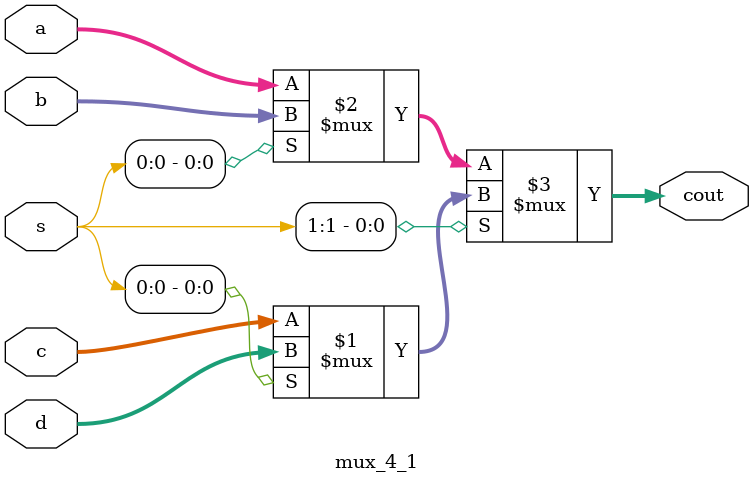
<source format=v>
`timescale 1ns / 1ps

module mux_4_1(a, b, c, d, s, cout);
    input [3:0] a, b, c, d;
    input [1:0] s;
    output [3:0] cout;
    assign cout = s[1] ? (s[0] ? d : c) : (s[0] ? b : a);

endmodule

</source>
